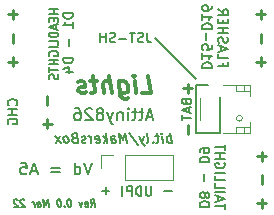
<source format=gbr>
%TF.GenerationSoftware,KiCad,Pcbnew,(5.1.10)-1*%
%TF.CreationDate,2022-03-19T18:42:39-07:00*%
%TF.ProjectId,project,70726f6a-6563-4742-9e6b-696361645f70,0.0*%
%TF.SameCoordinates,Original*%
%TF.FileFunction,Legend,Bot*%
%TF.FilePolarity,Positive*%
%FSLAX46Y46*%
G04 Gerber Fmt 4.6, Leading zero omitted, Abs format (unit mm)*
G04 Created by KiCad (PCBNEW (5.1.10)-1) date 2022-03-19 18:42:39*
%MOMM*%
%LPD*%
G01*
G04 APERTURE LIST*
%ADD10C,0.150000*%
%ADD11C,0.200000*%
%ADD12C,0.250000*%
%ADD13C,0.300000*%
%ADD14C,0.120000*%
G04 APERTURE END LIST*
D10*
X135171428Y-97552380D02*
X134838095Y-98552380D01*
X134504761Y-97552380D01*
X133742857Y-98552380D02*
X133742857Y-97552380D01*
X133742857Y-98504761D02*
X133838095Y-98552380D01*
X134028571Y-98552380D01*
X134123809Y-98504761D01*
X134171428Y-98457142D01*
X134219047Y-98361904D01*
X134219047Y-98076190D01*
X134171428Y-97980952D01*
X134123809Y-97933333D01*
X134028571Y-97885714D01*
X133838095Y-97885714D01*
X133742857Y-97933333D01*
X132504761Y-98028571D02*
X131742857Y-98028571D01*
X131742857Y-98314285D02*
X132504761Y-98314285D01*
X130552380Y-98266666D02*
X130076190Y-98266666D01*
X130647619Y-98552380D02*
X130314285Y-97552380D01*
X129980952Y-98552380D01*
X129171428Y-97552380D02*
X129647619Y-97552380D01*
X129695238Y-98028571D01*
X129647619Y-97980952D01*
X129552380Y-97933333D01*
X129314285Y-97933333D01*
X129219047Y-97980952D01*
X129171428Y-98028571D01*
X129123809Y-98123809D01*
X129123809Y-98361904D01*
X129171428Y-98457142D01*
X129219047Y-98504761D01*
X129314285Y-98552380D01*
X129552380Y-98552380D01*
X129647619Y-98504761D01*
X129695238Y-98457142D01*
X133561904Y-84923809D02*
X132761904Y-84923809D01*
X132761904Y-85114285D01*
X132800000Y-85228571D01*
X132876190Y-85304761D01*
X132952380Y-85342857D01*
X133104761Y-85380952D01*
X133219047Y-85380952D01*
X133371428Y-85342857D01*
X133447619Y-85304761D01*
X133523809Y-85228571D01*
X133561904Y-85114285D01*
X133561904Y-84923809D01*
X133561904Y-86142857D02*
X133561904Y-85685714D01*
X133561904Y-85914285D02*
X132761904Y-85914285D01*
X132876190Y-85838095D01*
X132952380Y-85761904D01*
X132990476Y-85685714D01*
X133257142Y-87095238D02*
X133257142Y-87704761D01*
X133561904Y-88695238D02*
X132761904Y-88695238D01*
X132761904Y-88885714D01*
X132800000Y-89000000D01*
X132876190Y-89076190D01*
X132952380Y-89114285D01*
X133104761Y-89152380D01*
X133219047Y-89152380D01*
X133371428Y-89114285D01*
X133447619Y-89076190D01*
X133523809Y-89000000D01*
X133561904Y-88885714D01*
X133561904Y-88695238D01*
X133028571Y-89838095D02*
X133561904Y-89838095D01*
X132723809Y-89647619D02*
X133295238Y-89457142D01*
X133295238Y-89952380D01*
X144538095Y-89528571D02*
X145338095Y-89528571D01*
X145338095Y-89338095D01*
X145300000Y-89223809D01*
X145223809Y-89147619D01*
X145147619Y-89109523D01*
X144995238Y-89071428D01*
X144880952Y-89071428D01*
X144728571Y-89109523D01*
X144652380Y-89147619D01*
X144576190Y-89223809D01*
X144538095Y-89338095D01*
X144538095Y-89528571D01*
X144538095Y-88309523D02*
X144538095Y-88766666D01*
X144538095Y-88538095D02*
X145338095Y-88538095D01*
X145223809Y-88614285D01*
X145147619Y-88690476D01*
X145109523Y-88766666D01*
X145338095Y-87585714D02*
X145338095Y-87966666D01*
X144957142Y-88004761D01*
X144995238Y-87966666D01*
X145033333Y-87890476D01*
X145033333Y-87700000D01*
X144995238Y-87623809D01*
X144957142Y-87585714D01*
X144880952Y-87547619D01*
X144690476Y-87547619D01*
X144614285Y-87585714D01*
X144576190Y-87623809D01*
X144538095Y-87700000D01*
X144538095Y-87890476D01*
X144576190Y-87966666D01*
X144614285Y-88004761D01*
X144842857Y-87204761D02*
X144842857Y-86595238D01*
X144538095Y-86214285D02*
X145338095Y-86214285D01*
X145338095Y-86023809D01*
X145300000Y-85909523D01*
X145223809Y-85833333D01*
X145147619Y-85795238D01*
X144995238Y-85757142D01*
X144880952Y-85757142D01*
X144728571Y-85795238D01*
X144652380Y-85833333D01*
X144576190Y-85909523D01*
X144538095Y-86023809D01*
X144538095Y-86214285D01*
X144538095Y-84995238D02*
X144538095Y-85452380D01*
X144538095Y-85223809D02*
X145338095Y-85223809D01*
X145223809Y-85300000D01*
X145147619Y-85376190D01*
X145109523Y-85452380D01*
X145338095Y-84309523D02*
X145338095Y-84461904D01*
X145300000Y-84538095D01*
X145261904Y-84576190D01*
X145147619Y-84652380D01*
X144995238Y-84690476D01*
X144690476Y-84690476D01*
X144614285Y-84652380D01*
X144576190Y-84614285D01*
X144538095Y-84538095D01*
X144538095Y-84385714D01*
X144576190Y-84309523D01*
X144614285Y-84271428D01*
X144690476Y-84233333D01*
X144880952Y-84233333D01*
X144957142Y-84271428D01*
X144995238Y-84309523D01*
X145033333Y-84385714D01*
X145033333Y-84538095D01*
X144995238Y-84614285D01*
X144957142Y-84652380D01*
X144880952Y-84690476D01*
X144338095Y-101276190D02*
X145138095Y-101276190D01*
X145138095Y-101085714D01*
X145100000Y-100971428D01*
X145023809Y-100895238D01*
X144947619Y-100857142D01*
X144795238Y-100819047D01*
X144680952Y-100819047D01*
X144528571Y-100857142D01*
X144452380Y-100895238D01*
X144376190Y-100971428D01*
X144338095Y-101085714D01*
X144338095Y-101276190D01*
X144795238Y-100361904D02*
X144833333Y-100438095D01*
X144871428Y-100476190D01*
X144947619Y-100514285D01*
X144985714Y-100514285D01*
X145061904Y-100476190D01*
X145100000Y-100438095D01*
X145138095Y-100361904D01*
X145138095Y-100209523D01*
X145100000Y-100133333D01*
X145061904Y-100095238D01*
X144985714Y-100057142D01*
X144947619Y-100057142D01*
X144871428Y-100095238D01*
X144833333Y-100133333D01*
X144795238Y-100209523D01*
X144795238Y-100361904D01*
X144757142Y-100438095D01*
X144719047Y-100476190D01*
X144642857Y-100514285D01*
X144490476Y-100514285D01*
X144414285Y-100476190D01*
X144376190Y-100438095D01*
X144338095Y-100361904D01*
X144338095Y-100209523D01*
X144376190Y-100133333D01*
X144414285Y-100095238D01*
X144490476Y-100057142D01*
X144642857Y-100057142D01*
X144719047Y-100095238D01*
X144757142Y-100133333D01*
X144795238Y-100209523D01*
X144642857Y-99104761D02*
X144642857Y-98495238D01*
X144338095Y-97504761D02*
X145138095Y-97504761D01*
X145138095Y-97314285D01*
X145100000Y-97200000D01*
X145023809Y-97123809D01*
X144947619Y-97085714D01*
X144795238Y-97047619D01*
X144680952Y-97047619D01*
X144528571Y-97085714D01*
X144452380Y-97123809D01*
X144376190Y-97200000D01*
X144338095Y-97314285D01*
X144338095Y-97504761D01*
X144338095Y-96666666D02*
X144338095Y-96514285D01*
X144376190Y-96438095D01*
X144414285Y-96400000D01*
X144528571Y-96323809D01*
X144680952Y-96285714D01*
X144985714Y-96285714D01*
X145061904Y-96323809D01*
X145100000Y-96361904D01*
X145138095Y-96438095D01*
X145138095Y-96590476D01*
X145100000Y-96666666D01*
X145061904Y-96704761D01*
X144985714Y-96742857D01*
X144795238Y-96742857D01*
X144719047Y-96704761D01*
X144680952Y-96666666D01*
X144642857Y-96590476D01*
X144642857Y-96438095D01*
X144680952Y-96361904D01*
X144719047Y-96323809D01*
X144795238Y-96285714D01*
X144000000Y-90500000D02*
X140500000Y-87000000D01*
X141939568Y-95861904D02*
X141839568Y-95061904D01*
X141877663Y-95366666D02*
X141796711Y-95328571D01*
X141644330Y-95328571D01*
X141572901Y-95366666D01*
X141539568Y-95404761D01*
X141510997Y-95480952D01*
X141539568Y-95709523D01*
X141587187Y-95785714D01*
X141630044Y-95823809D01*
X141710997Y-95861904D01*
X141863377Y-95861904D01*
X141934806Y-95823809D01*
X141215758Y-95861904D02*
X141149092Y-95328571D01*
X141115758Y-95061904D02*
X141158616Y-95100000D01*
X141125282Y-95138095D01*
X141082425Y-95100000D01*
X141115758Y-95061904D01*
X141125282Y-95138095D01*
X140882425Y-95328571D02*
X140577663Y-95328571D01*
X140734806Y-95061904D02*
X140820520Y-95747619D01*
X140791949Y-95823809D01*
X140720520Y-95861904D01*
X140644330Y-95861904D01*
X140368139Y-95785714D02*
X140334806Y-95823809D01*
X140377663Y-95861904D01*
X140410997Y-95823809D01*
X140368139Y-95785714D01*
X140377663Y-95861904D01*
X139882425Y-95861904D02*
X139953854Y-95823809D01*
X139982425Y-95747619D01*
X139896711Y-95061904D01*
X139587187Y-95328571D02*
X139463377Y-95861904D01*
X139206235Y-95328571D02*
X139463377Y-95861904D01*
X139563377Y-96052380D01*
X139606235Y-96090476D01*
X139687187Y-96128571D01*
X138291949Y-95023809D02*
X139106235Y-96052380D01*
X138130044Y-95861904D02*
X138030044Y-95061904D01*
X137834806Y-95633333D01*
X137496711Y-95061904D01*
X137596711Y-95861904D01*
X136872901Y-95861904D02*
X136820520Y-95442857D01*
X136849092Y-95366666D01*
X136920520Y-95328571D01*
X137072901Y-95328571D01*
X137153854Y-95366666D01*
X136868139Y-95823809D02*
X136949092Y-95861904D01*
X137139568Y-95861904D01*
X137210997Y-95823809D01*
X137239568Y-95747619D01*
X137230044Y-95671428D01*
X137182425Y-95595238D01*
X137101473Y-95557142D01*
X136910997Y-95557142D01*
X136830044Y-95519047D01*
X136491949Y-95861904D02*
X136391949Y-95061904D01*
X136377663Y-95557142D02*
X136187187Y-95861904D01*
X136120520Y-95328571D02*
X136463377Y-95633333D01*
X135534806Y-95823809D02*
X135615758Y-95861904D01*
X135768139Y-95861904D01*
X135839568Y-95823809D01*
X135868139Y-95747619D01*
X135830044Y-95442857D01*
X135782425Y-95366666D01*
X135701473Y-95328571D01*
X135549092Y-95328571D01*
X135477663Y-95366666D01*
X135449092Y-95442857D01*
X135458616Y-95519047D01*
X135849092Y-95595238D01*
X135158616Y-95861904D02*
X135091949Y-95328571D01*
X135110997Y-95480952D02*
X135063377Y-95404761D01*
X135020520Y-95366666D01*
X134939568Y-95328571D01*
X134863377Y-95328571D01*
X134696711Y-95823809D02*
X134625282Y-95861904D01*
X134472901Y-95861904D01*
X134391949Y-95823809D01*
X134344330Y-95747619D01*
X134339568Y-95709523D01*
X134368139Y-95633333D01*
X134439568Y-95595238D01*
X134553854Y-95595238D01*
X134625282Y-95557142D01*
X134653854Y-95480952D01*
X134649092Y-95442857D01*
X134601473Y-95366666D01*
X134520520Y-95328571D01*
X134406235Y-95328571D01*
X134334806Y-95366666D01*
X133696711Y-95442857D02*
X133587187Y-95480952D01*
X133553854Y-95519047D01*
X133525282Y-95595238D01*
X133539568Y-95709523D01*
X133587187Y-95785714D01*
X133630044Y-95823809D01*
X133710997Y-95861904D01*
X134015758Y-95861904D01*
X133915758Y-95061904D01*
X133649092Y-95061904D01*
X133577663Y-95100000D01*
X133544330Y-95138095D01*
X133515758Y-95214285D01*
X133525282Y-95290476D01*
X133572901Y-95366666D01*
X133615758Y-95404761D01*
X133696711Y-95442857D01*
X133963377Y-95442857D01*
X133101473Y-95861904D02*
X133172901Y-95823809D01*
X133206235Y-95785714D01*
X133234806Y-95709523D01*
X133206235Y-95480952D01*
X133158616Y-95404761D01*
X133115758Y-95366666D01*
X133034806Y-95328571D01*
X132920520Y-95328571D01*
X132849092Y-95366666D01*
X132815758Y-95404761D01*
X132787187Y-95480952D01*
X132815758Y-95709523D01*
X132863377Y-95785714D01*
X132906235Y-95823809D01*
X132987187Y-95861904D01*
X133101473Y-95861904D01*
X132568139Y-95861904D02*
X132082425Y-95328571D01*
X132501473Y-95328571D02*
X132149092Y-95861904D01*
X136066666Y-99942857D02*
X136676190Y-99942857D01*
X136371428Y-99638095D02*
X136371428Y-100247619D01*
X141323809Y-99942857D02*
X141933333Y-99942857D01*
D11*
X139866666Y-86561904D02*
X139866666Y-87133333D01*
X139904761Y-87247619D01*
X139980952Y-87323809D01*
X140095238Y-87361904D01*
X140171428Y-87361904D01*
X139523809Y-87323809D02*
X139409523Y-87361904D01*
X139219047Y-87361904D01*
X139142857Y-87323809D01*
X139104761Y-87285714D01*
X139066666Y-87209523D01*
X139066666Y-87133333D01*
X139104761Y-87057142D01*
X139142857Y-87019047D01*
X139219047Y-86980952D01*
X139371428Y-86942857D01*
X139447619Y-86904761D01*
X139485714Y-86866666D01*
X139523809Y-86790476D01*
X139523809Y-86714285D01*
X139485714Y-86638095D01*
X139447619Y-86600000D01*
X139371428Y-86561904D01*
X139180952Y-86561904D01*
X139066666Y-86600000D01*
X138838095Y-86561904D02*
X138380952Y-86561904D01*
X138609523Y-87361904D02*
X138609523Y-86561904D01*
X138114285Y-87057142D02*
X137504761Y-87057142D01*
X137161904Y-87323809D02*
X137047619Y-87361904D01*
X136857142Y-87361904D01*
X136780952Y-87323809D01*
X136742857Y-87285714D01*
X136704761Y-87209523D01*
X136704761Y-87133333D01*
X136742857Y-87057142D01*
X136780952Y-87019047D01*
X136857142Y-86980952D01*
X137009523Y-86942857D01*
X137085714Y-86904761D01*
X137123809Y-86866666D01*
X137161904Y-86790476D01*
X137161904Y-86714285D01*
X137123809Y-86638095D01*
X137085714Y-86600000D01*
X137009523Y-86561904D01*
X136819047Y-86561904D01*
X136704761Y-86600000D01*
X136361904Y-87361904D02*
X136361904Y-86561904D01*
X136361904Y-86942857D02*
X135904761Y-86942857D01*
X135904761Y-87361904D02*
X135904761Y-86561904D01*
X140309523Y-93666666D02*
X139833333Y-93666666D01*
X140404761Y-93952380D02*
X140071428Y-92952380D01*
X139738095Y-93952380D01*
X139547619Y-93285714D02*
X139166666Y-93285714D01*
X139404761Y-92952380D02*
X139404761Y-93809523D01*
X139357142Y-93904761D01*
X139261904Y-93952380D01*
X139166666Y-93952380D01*
X138976190Y-93285714D02*
X138595238Y-93285714D01*
X138833333Y-92952380D02*
X138833333Y-93809523D01*
X138785714Y-93904761D01*
X138690476Y-93952380D01*
X138595238Y-93952380D01*
X138261904Y-93952380D02*
X138261904Y-93285714D01*
X138261904Y-92952380D02*
X138309523Y-93000000D01*
X138261904Y-93047619D01*
X138214285Y-93000000D01*
X138261904Y-92952380D01*
X138261904Y-93047619D01*
X137785714Y-93285714D02*
X137785714Y-93952380D01*
X137785714Y-93380952D02*
X137738095Y-93333333D01*
X137642857Y-93285714D01*
X137500000Y-93285714D01*
X137404761Y-93333333D01*
X137357142Y-93428571D01*
X137357142Y-93952380D01*
X136976190Y-93285714D02*
X136738095Y-93952380D01*
X136500000Y-93285714D02*
X136738095Y-93952380D01*
X136833333Y-94190476D01*
X136880952Y-94238095D01*
X136976190Y-94285714D01*
X135976190Y-93380952D02*
X136071428Y-93333333D01*
X136119047Y-93285714D01*
X136166666Y-93190476D01*
X136166666Y-93142857D01*
X136119047Y-93047619D01*
X136071428Y-93000000D01*
X135976190Y-92952380D01*
X135785714Y-92952380D01*
X135690476Y-93000000D01*
X135642857Y-93047619D01*
X135595238Y-93142857D01*
X135595238Y-93190476D01*
X135642857Y-93285714D01*
X135690476Y-93333333D01*
X135785714Y-93380952D01*
X135976190Y-93380952D01*
X136071428Y-93428571D01*
X136119047Y-93476190D01*
X136166666Y-93571428D01*
X136166666Y-93761904D01*
X136119047Y-93857142D01*
X136071428Y-93904761D01*
X135976190Y-93952380D01*
X135785714Y-93952380D01*
X135690476Y-93904761D01*
X135642857Y-93857142D01*
X135595238Y-93761904D01*
X135595238Y-93571428D01*
X135642857Y-93476190D01*
X135690476Y-93428571D01*
X135785714Y-93380952D01*
X135214285Y-93047619D02*
X135166666Y-93000000D01*
X135071428Y-92952380D01*
X134833333Y-92952380D01*
X134738095Y-93000000D01*
X134690476Y-93047619D01*
X134642857Y-93142857D01*
X134642857Y-93238095D01*
X134690476Y-93380952D01*
X135261904Y-93952380D01*
X134642857Y-93952380D01*
X133785714Y-92952380D02*
X133976190Y-92952380D01*
X134071428Y-93000000D01*
X134119047Y-93047619D01*
X134214285Y-93190476D01*
X134261904Y-93380952D01*
X134261904Y-93761904D01*
X134214285Y-93857142D01*
X134166666Y-93904761D01*
X134071428Y-93952380D01*
X133880952Y-93952380D01*
X133785714Y-93904761D01*
X133738095Y-93857142D01*
X133690476Y-93761904D01*
X133690476Y-93523809D01*
X133738095Y-93428571D01*
X133785714Y-93380952D01*
X133880952Y-93333333D01*
X134071428Y-93333333D01*
X134166666Y-93380952D01*
X134214285Y-93428571D01*
X134261904Y-93523809D01*
D12*
X143321428Y-90857142D02*
X143321428Y-91619047D01*
X143702380Y-91238095D02*
X142940476Y-91238095D01*
X143321428Y-94380952D02*
X143321428Y-95142857D01*
D10*
X146438095Y-101473809D02*
X146438095Y-101016666D01*
X145638095Y-101245238D02*
X146438095Y-101245238D01*
X145866666Y-100788095D02*
X145866666Y-100407142D01*
X145638095Y-100864285D02*
X146438095Y-100597619D01*
X145638095Y-100330952D01*
X145638095Y-100064285D02*
X146438095Y-100064285D01*
X145638095Y-99302380D02*
X145638095Y-99683333D01*
X146438095Y-99683333D01*
X145638095Y-98654761D02*
X145638095Y-99035714D01*
X146438095Y-99035714D01*
X145638095Y-98388095D02*
X146438095Y-98388095D01*
X146400000Y-97588095D02*
X146438095Y-97664285D01*
X146438095Y-97778571D01*
X146400000Y-97892857D01*
X146323809Y-97969047D01*
X146247619Y-98007142D01*
X146095238Y-98045238D01*
X145980952Y-98045238D01*
X145828571Y-98007142D01*
X145752380Y-97969047D01*
X145676190Y-97892857D01*
X145638095Y-97778571D01*
X145638095Y-97702380D01*
X145676190Y-97588095D01*
X145714285Y-97550000D01*
X145980952Y-97550000D01*
X145980952Y-97702380D01*
X145638095Y-97207142D02*
X146438095Y-97207142D01*
X146057142Y-97207142D02*
X146057142Y-96750000D01*
X145638095Y-96750000D02*
X146438095Y-96750000D01*
X146438095Y-96483333D02*
X146438095Y-96026190D01*
X145638095Y-96254761D02*
X146438095Y-96254761D01*
X132361904Y-84566666D02*
X131561904Y-84566666D01*
X131942857Y-84566666D02*
X131942857Y-84966666D01*
X132361904Y-84966666D02*
X131561904Y-84966666D01*
X131942857Y-85300000D02*
X131942857Y-85533333D01*
X132361904Y-85633333D02*
X132361904Y-85300000D01*
X131561904Y-85300000D01*
X131561904Y-85633333D01*
X132133333Y-85900000D02*
X132133333Y-86233333D01*
X132361904Y-85833333D02*
X131561904Y-86066666D01*
X132361904Y-86300000D01*
X132361904Y-86533333D02*
X131561904Y-86533333D01*
X131561904Y-86700000D01*
X131600000Y-86800000D01*
X131676190Y-86866666D01*
X131752380Y-86900000D01*
X131904761Y-86933333D01*
X132019047Y-86933333D01*
X132171428Y-86900000D01*
X132247619Y-86866666D01*
X132323809Y-86800000D01*
X132361904Y-86700000D01*
X132361904Y-86533333D01*
X132361904Y-87566666D02*
X132361904Y-87233333D01*
X131561904Y-87233333D01*
X132361904Y-87800000D02*
X131561904Y-87800000D01*
X131600000Y-88500000D02*
X131561904Y-88433333D01*
X131561904Y-88333333D01*
X131600000Y-88233333D01*
X131676190Y-88166666D01*
X131752380Y-88133333D01*
X131904761Y-88100000D01*
X132019047Y-88100000D01*
X132171428Y-88133333D01*
X132247619Y-88166666D01*
X132323809Y-88233333D01*
X132361904Y-88333333D01*
X132361904Y-88400000D01*
X132323809Y-88500000D01*
X132285714Y-88533333D01*
X132019047Y-88533333D01*
X132019047Y-88400000D01*
X132361904Y-88833333D02*
X131561904Y-88833333D01*
X131942857Y-88833333D02*
X131942857Y-89233333D01*
X132361904Y-89233333D02*
X131561904Y-89233333D01*
X131561904Y-89466666D02*
X131561904Y-89866666D01*
X132361904Y-89666666D02*
X131561904Y-89666666D01*
X132323809Y-90066666D02*
X132361904Y-90166666D01*
X132361904Y-90333333D01*
X132323809Y-90400000D01*
X132285714Y-90433333D01*
X132209523Y-90466666D01*
X132133333Y-90466666D01*
X132057142Y-90433333D01*
X132019047Y-90400000D01*
X131980952Y-90333333D01*
X131942857Y-90200000D01*
X131904761Y-90133333D01*
X131866666Y-90100000D01*
X131790476Y-90066666D01*
X131714285Y-90066666D01*
X131638095Y-90100000D01*
X131600000Y-90133333D01*
X131561904Y-90200000D01*
X131561904Y-90366666D01*
X131600000Y-90466666D01*
X146307142Y-89114285D02*
X146307142Y-89380952D01*
X145888095Y-89380952D02*
X146688095Y-89380952D01*
X146688095Y-89000000D01*
X145888095Y-88314285D02*
X145888095Y-88695238D01*
X146688095Y-88695238D01*
X146116666Y-88085714D02*
X146116666Y-87704761D01*
X145888095Y-88161904D02*
X146688095Y-87895238D01*
X145888095Y-87628571D01*
X145926190Y-87400000D02*
X145888095Y-87285714D01*
X145888095Y-87095238D01*
X145926190Y-87019047D01*
X145964285Y-86980952D01*
X146040476Y-86942857D01*
X146116666Y-86942857D01*
X146192857Y-86980952D01*
X146230952Y-87019047D01*
X146269047Y-87095238D01*
X146307142Y-87247619D01*
X146345238Y-87323809D01*
X146383333Y-87361904D01*
X146459523Y-87400000D01*
X146535714Y-87400000D01*
X146611904Y-87361904D01*
X146650000Y-87323809D01*
X146688095Y-87247619D01*
X146688095Y-87057142D01*
X146650000Y-86942857D01*
X145888095Y-86600000D02*
X146688095Y-86600000D01*
X146307142Y-86600000D02*
X146307142Y-86142857D01*
X145888095Y-86142857D02*
X146688095Y-86142857D01*
X146307142Y-85761904D02*
X146307142Y-85495238D01*
X145888095Y-85380952D02*
X145888095Y-85761904D01*
X146688095Y-85761904D01*
X146688095Y-85380952D01*
X145888095Y-84580952D02*
X146269047Y-84847619D01*
X145888095Y-85038095D02*
X146688095Y-85038095D01*
X146688095Y-84733333D01*
X146650000Y-84657142D01*
X146611904Y-84619047D01*
X146535714Y-84580952D01*
X146421428Y-84580952D01*
X146345238Y-84619047D01*
X146307142Y-84657142D01*
X146269047Y-84733333D01*
X146269047Y-85038095D01*
D12*
X149471428Y-89380952D02*
X149471428Y-88619047D01*
X149852380Y-89000000D02*
X149090476Y-89000000D01*
X149471428Y-87380952D02*
X149471428Y-86619047D01*
X149471428Y-85380952D02*
X149471428Y-84619047D01*
X149852380Y-85000000D02*
X149090476Y-85000000D01*
X128471428Y-89380952D02*
X128471428Y-88619047D01*
X128852380Y-89000000D02*
X128090476Y-89000000D01*
X128471428Y-87380952D02*
X128471428Y-86619047D01*
X128471428Y-85380952D02*
X128471428Y-84619047D01*
X128852380Y-85000000D02*
X128090476Y-85000000D01*
X149571428Y-101380952D02*
X149571428Y-100619047D01*
X149952380Y-101000000D02*
X149190476Y-101000000D01*
X149571428Y-99380952D02*
X149571428Y-98619047D01*
X149571428Y-97380952D02*
X149571428Y-96619047D01*
X149952380Y-97000000D02*
X149190476Y-97000000D01*
D10*
X135136294Y-101271428D02*
X135300580Y-100985714D01*
X135479151Y-101271428D02*
X135404151Y-100671428D01*
X135175580Y-100671428D01*
X135122008Y-100700000D01*
X135097008Y-100728571D01*
X135075580Y-100785714D01*
X135086294Y-100871428D01*
X135122008Y-100928571D01*
X135154151Y-100957142D01*
X135214866Y-100985714D01*
X135443437Y-100985714D01*
X134647008Y-101242857D02*
X134707723Y-101271428D01*
X134822008Y-101271428D01*
X134875580Y-101242857D01*
X134897008Y-101185714D01*
X134868437Y-100957142D01*
X134832723Y-100900000D01*
X134772008Y-100871428D01*
X134657723Y-100871428D01*
X134604151Y-100900000D01*
X134582723Y-100957142D01*
X134589866Y-101014285D01*
X134882723Y-101071428D01*
X134372008Y-100871428D02*
X134279151Y-101271428D01*
X134086294Y-100871428D01*
X133261294Y-100671428D02*
X133204151Y-100671428D01*
X133150580Y-100700000D01*
X133125580Y-100728571D01*
X133104151Y-100785714D01*
X133089866Y-100900000D01*
X133107723Y-101042857D01*
X133150580Y-101157142D01*
X133186294Y-101214285D01*
X133218437Y-101242857D01*
X133279151Y-101271428D01*
X133336294Y-101271428D01*
X133389866Y-101242857D01*
X133414866Y-101214285D01*
X133436294Y-101157142D01*
X133450580Y-101042857D01*
X133432723Y-100900000D01*
X133389866Y-100785714D01*
X133354151Y-100728571D01*
X133322008Y-100700000D01*
X133261294Y-100671428D01*
X132872008Y-101214285D02*
X132847008Y-101242857D01*
X132879151Y-101271428D01*
X132904151Y-101242857D01*
X132872008Y-101214285D01*
X132879151Y-101271428D01*
X132404151Y-100671428D02*
X132347008Y-100671428D01*
X132293437Y-100700000D01*
X132268437Y-100728571D01*
X132247008Y-100785714D01*
X132232723Y-100900000D01*
X132250580Y-101042857D01*
X132293437Y-101157142D01*
X132329151Y-101214285D01*
X132361294Y-101242857D01*
X132422008Y-101271428D01*
X132479151Y-101271428D01*
X132532723Y-101242857D01*
X132557723Y-101214285D01*
X132579151Y-101157142D01*
X132593437Y-101042857D01*
X132575580Y-100900000D01*
X132532723Y-100785714D01*
X132497008Y-100728571D01*
X132464866Y-100700000D01*
X132404151Y-100671428D01*
X131564866Y-101271428D02*
X131489866Y-100671428D01*
X131343437Y-101100000D01*
X131089866Y-100671428D01*
X131164866Y-101271428D01*
X130622008Y-101271428D02*
X130582723Y-100957142D01*
X130604151Y-100900000D01*
X130657723Y-100871428D01*
X130772008Y-100871428D01*
X130832723Y-100900000D01*
X130618437Y-101242857D02*
X130679151Y-101271428D01*
X130822008Y-101271428D01*
X130875580Y-101242857D01*
X130897008Y-101185714D01*
X130889866Y-101128571D01*
X130854151Y-101071428D01*
X130793437Y-101042857D01*
X130650580Y-101042857D01*
X130589866Y-101014285D01*
X130336294Y-101271428D02*
X130286294Y-100871428D01*
X130300580Y-100985714D02*
X130264866Y-100928571D01*
X130232723Y-100900000D01*
X130172008Y-100871428D01*
X130114866Y-100871428D01*
X129468437Y-100728571D02*
X129436294Y-100700000D01*
X129375580Y-100671428D01*
X129232723Y-100671428D01*
X129179151Y-100700000D01*
X129154151Y-100728571D01*
X129132723Y-100785714D01*
X129139866Y-100842857D01*
X129179151Y-100928571D01*
X129564866Y-101271428D01*
X129193437Y-101271428D01*
X128897008Y-100728571D02*
X128864866Y-100700000D01*
X128804151Y-100671428D01*
X128661294Y-100671428D01*
X128607723Y-100700000D01*
X128582723Y-100728571D01*
X128561294Y-100785714D01*
X128568437Y-100842857D01*
X128607723Y-100928571D01*
X128993437Y-101271428D01*
X128622008Y-101271428D01*
D13*
X139441785Y-91678571D02*
X140156071Y-91678571D01*
X139968571Y-90178571D01*
X138941785Y-91678571D02*
X138816785Y-90678571D01*
X138754285Y-90178571D02*
X138834642Y-90250000D01*
X138772142Y-90321428D01*
X138691785Y-90250000D01*
X138754285Y-90178571D01*
X138772142Y-90321428D01*
X137459642Y-90678571D02*
X137611428Y-91892857D01*
X137700714Y-92035714D01*
X137781071Y-92107142D01*
X137932857Y-92178571D01*
X138147142Y-92178571D01*
X138281071Y-92107142D01*
X137575714Y-91607142D02*
X137727500Y-91678571D01*
X138013214Y-91678571D01*
X138147142Y-91607142D01*
X138209642Y-91535714D01*
X138263214Y-91392857D01*
X138209642Y-90964285D01*
X138120357Y-90821428D01*
X138040000Y-90750000D01*
X137888214Y-90678571D01*
X137602500Y-90678571D01*
X137468571Y-90750000D01*
X136870357Y-91678571D02*
X136682857Y-90178571D01*
X136227500Y-91678571D02*
X136129285Y-90892857D01*
X136182857Y-90750000D01*
X136316785Y-90678571D01*
X136531071Y-90678571D01*
X136682857Y-90750000D01*
X136763214Y-90821428D01*
X135602500Y-90678571D02*
X135031071Y-90678571D01*
X135325714Y-90178571D02*
X135486428Y-91464285D01*
X135432857Y-91607142D01*
X135298928Y-91678571D01*
X135156071Y-91678571D01*
X134718571Y-91607142D02*
X134584642Y-91678571D01*
X134298928Y-91678571D01*
X134147142Y-91607142D01*
X134057857Y-91464285D01*
X134048928Y-91392857D01*
X134102500Y-91250000D01*
X134236428Y-91178571D01*
X134450714Y-91178571D01*
X134584642Y-91107142D01*
X134638214Y-90964285D01*
X134629285Y-90892857D01*
X134540000Y-90750000D01*
X134388214Y-90678571D01*
X134173928Y-90678571D01*
X134040000Y-90750000D01*
D12*
X131428571Y-94630952D02*
X131428571Y-93869047D01*
X131047619Y-94250000D02*
X131809523Y-94250000D01*
X131428571Y-92630952D02*
X131428571Y-91869047D01*
D10*
%TO.C,J2*%
X146000000Y-92000000D02*
X146000000Y-95000000D01*
X146000000Y-95000000D02*
X144000000Y-95000000D01*
X144000000Y-95000000D02*
X144000000Y-91000000D01*
X144000000Y-91000000D02*
X145000000Y-91000000D01*
D14*
%TO.C,J1*%
X147937500Y-93800000D02*
G75*
G03*
X147937500Y-93800000I-250000J0D01*
G01*
X144362500Y-93900000D02*
X144362500Y-92100000D01*
X146262500Y-95000000D02*
X148612500Y-95000000D01*
X148612500Y-95000000D02*
X148612500Y-94100000D01*
X148612500Y-94500000D02*
X147412500Y-94500000D01*
X147412500Y-94500000D02*
X147412500Y-94500000D01*
X147412500Y-94500000D02*
X148612500Y-94500000D01*
X148612500Y-94500000D02*
X148612500Y-94500000D01*
X148112500Y-94500000D02*
X148112500Y-94500000D01*
X148112500Y-94500000D02*
X148112500Y-95000000D01*
X148112500Y-95000000D02*
X148112500Y-95000000D01*
X148112500Y-95000000D02*
X148112500Y-94500000D01*
X147412500Y-94500000D02*
X147412500Y-94500000D01*
X147412500Y-94500000D02*
X147412500Y-95000000D01*
X147412500Y-95000000D02*
X147412500Y-95000000D01*
X147412500Y-95000000D02*
X147412500Y-94500000D01*
X146262500Y-91000000D02*
X148612500Y-91000000D01*
X148612500Y-91000000D02*
X148612500Y-91900000D01*
X148612500Y-91500000D02*
X147412500Y-91500000D01*
X147412500Y-91500000D02*
X147412500Y-91500000D01*
X147412500Y-91500000D02*
X148612500Y-91500000D01*
X148612500Y-91500000D02*
X148612500Y-91500000D01*
X148112500Y-91500000D02*
X148112500Y-91500000D01*
X148112500Y-91500000D02*
X148112500Y-91000000D01*
X148112500Y-91000000D02*
X148112500Y-91000000D01*
X148112500Y-91000000D02*
X148112500Y-91500000D01*
X147412500Y-91500000D02*
X147412500Y-91500000D01*
X147412500Y-91500000D02*
X147412500Y-91000000D01*
X147412500Y-91000000D02*
X147412500Y-91000000D01*
X147412500Y-91000000D02*
X147412500Y-91500000D01*
%TO.C,J4*%
X142060000Y-96940000D02*
X142060000Y-99060000D01*
X138000000Y-96940000D02*
X142060000Y-96940000D01*
X138000000Y-99060000D02*
X142060000Y-99060000D01*
X138000000Y-96940000D02*
X138000000Y-99060000D01*
X137000000Y-96940000D02*
X135940000Y-96940000D01*
X135940000Y-96940000D02*
X135940000Y-98000000D01*
%TO.C,J2*%
D10*
X143192857Y-92409523D02*
X143230952Y-92523809D01*
X143269047Y-92561904D01*
X143345238Y-92600000D01*
X143459523Y-92600000D01*
X143535714Y-92561904D01*
X143573809Y-92523809D01*
X143611904Y-92447619D01*
X143611904Y-92142857D01*
X142811904Y-92142857D01*
X142811904Y-92409523D01*
X142850000Y-92485714D01*
X142888095Y-92523809D01*
X142964285Y-92561904D01*
X143040476Y-92561904D01*
X143116666Y-92523809D01*
X143154761Y-92485714D01*
X143192857Y-92409523D01*
X143192857Y-92142857D01*
X143383333Y-92904761D02*
X143383333Y-93285714D01*
X143611904Y-92828571D02*
X142811904Y-93095238D01*
X143611904Y-93361904D01*
X142811904Y-93514285D02*
X142811904Y-93971428D01*
X143611904Y-93742857D02*
X142811904Y-93742857D01*
%TO.C,J3*%
X128785714Y-92678571D02*
X128823809Y-92640476D01*
X128861904Y-92526190D01*
X128861904Y-92450000D01*
X128823809Y-92335714D01*
X128747619Y-92259523D01*
X128671428Y-92221428D01*
X128519047Y-92183333D01*
X128404761Y-92183333D01*
X128252380Y-92221428D01*
X128176190Y-92259523D01*
X128100000Y-92335714D01*
X128061904Y-92450000D01*
X128061904Y-92526190D01*
X128100000Y-92640476D01*
X128138095Y-92678571D01*
X128861904Y-93021428D02*
X128061904Y-93021428D01*
X128442857Y-93021428D02*
X128442857Y-93478571D01*
X128861904Y-93478571D02*
X128061904Y-93478571D01*
X128100000Y-94278571D02*
X128061904Y-94202380D01*
X128061904Y-94088095D01*
X128100000Y-93973809D01*
X128176190Y-93897619D01*
X128252380Y-93859523D01*
X128404761Y-93821428D01*
X128519047Y-93821428D01*
X128671428Y-93859523D01*
X128747619Y-93897619D01*
X128823809Y-93973809D01*
X128861904Y-94088095D01*
X128861904Y-94164285D01*
X128823809Y-94278571D01*
X128785714Y-94316666D01*
X128519047Y-94316666D01*
X128519047Y-94164285D01*
%TO.C,J4*%
X140219047Y-99561904D02*
X140219047Y-100209523D01*
X140180952Y-100285714D01*
X140142857Y-100323809D01*
X140066666Y-100361904D01*
X139914285Y-100361904D01*
X139838095Y-100323809D01*
X139800000Y-100285714D01*
X139761904Y-100209523D01*
X139761904Y-99561904D01*
X139380952Y-100361904D02*
X139380952Y-99561904D01*
X139190476Y-99561904D01*
X139076190Y-99600000D01*
X139000000Y-99676190D01*
X138961904Y-99752380D01*
X138923809Y-99904761D01*
X138923809Y-100019047D01*
X138961904Y-100171428D01*
X139000000Y-100247619D01*
X139076190Y-100323809D01*
X139190476Y-100361904D01*
X139380952Y-100361904D01*
X138580952Y-100361904D02*
X138580952Y-99561904D01*
X138276190Y-99561904D01*
X138200000Y-99600000D01*
X138161904Y-99638095D01*
X138123809Y-99714285D01*
X138123809Y-99828571D01*
X138161904Y-99904761D01*
X138200000Y-99942857D01*
X138276190Y-99980952D01*
X138580952Y-99980952D01*
X137780952Y-100361904D02*
X137780952Y-99561904D01*
%TD*%
M02*

</source>
